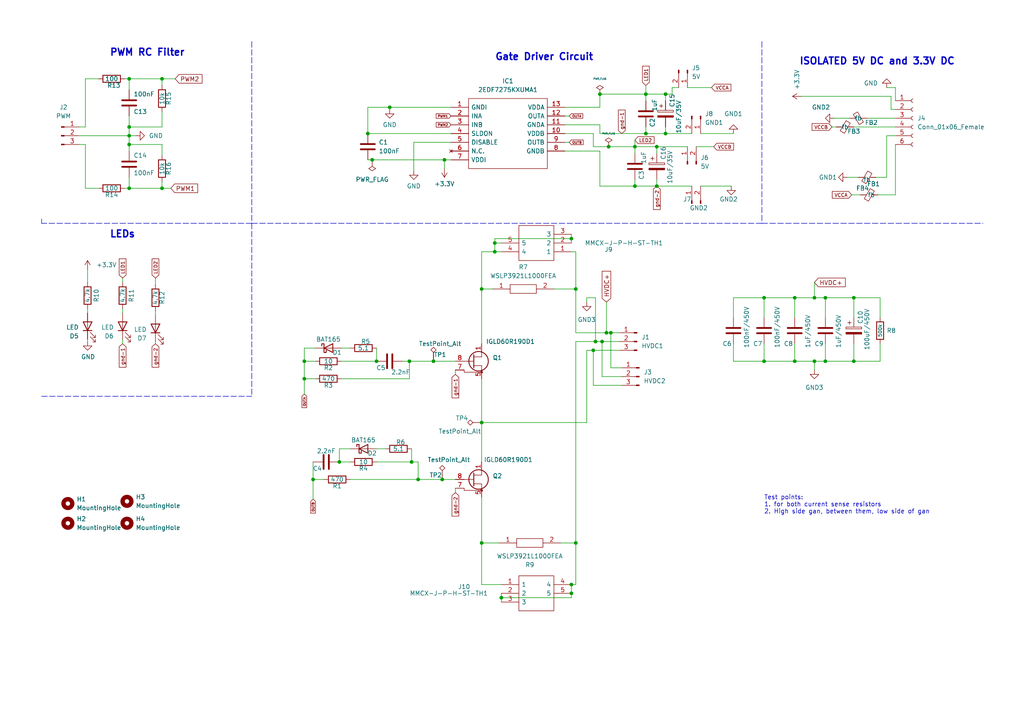
<source format=kicad_sch>
(kicad_sch (version 20211123) (generator eeschema)
  (paper "A4")
  (lib_symbols
    (symbol "2EDF7275KXUMA1:2EDF7275KXUMA1" (pin_names (offset 0.762))
      (property "Reference" "IC" (at 29.21 7.62 0))
      (property "Value" "2EDF7275KXUMA1" (at 29.21 5.08 0))
      (symbol "2EDF7275KXUMA1_0_0"
        (pin passive line (at 0 0 0) (length 5.08) (name "GNDI") (number "1"))
        (pin passive line (at 33.02 -7.62 180) (length 5.08) (name "VDDB") (number "10"))
        (pin passive line (at 33.02 -5.08 180) (length 5.08) (name "GNDA") (number "11"))
        (pin passive line (at 33.02 -2.54 180) (length 5.08) (name "OUTA") (number "12"))
        (pin passive line (at 33.02 0 180) (length 5.08) (name "VDDA") (number "13"))
        (pin passive line (at 0 -2.54 0) (length 5.08) (name "INA") (number "2"))
        (pin passive line (at 0 -5.08 0) (length 5.08) (name "INB") (number "3"))
        (pin passive line (at 0 -7.62 0) (length 5.08) (name "SLDON") (number "4"))
        (pin passive line (at 0 -10.16 0) (length 5.08) (name "DISABLE") (number "5"))
        (pin no_connect line (at 0 -12.7 0) (length 5.08) (name "N.C.") (number "6"))
        (pin passive line (at 0 -15.24 0) (length 5.08) (name "VDDI") (number "7"))
        (pin passive line (at 33.02 -12.7 180) (length 5.08) (name "GNDB") (number "8"))
        (pin passive line (at 33.02 -10.16 180) (length 5.08) (name "OUTB") (number "9"))
      )
      (symbol "2EDF7275KXUMA1_0_1"
        (polyline (pts (xy 5.08 2.54) (xy 27.94 2.54) (xy 27.94 -17.78) (xy 5.08 -17.78) (xy 5.08 2.54)) (stroke (width 0.1524)))
      )
    )
    (symbol "Connector:Conn_01x02_Male" (pin_names (offset 1.016) hide)
      (property "Reference" "J" (at 0 2.54 0))
      (property "Value" "Conn_01x02_Male" (at 0 -5.08 0))
      (symbol "Conn_01x02_Male_1_1"
        (polyline (pts (xy 1.27 -2.54) (xy 0.8636 -2.54)) (stroke (width 0.1524)))
        (polyline (pts (xy 1.27 0) (xy 0.8636 0)) (stroke (width 0.1524)))
        (rectangle (start 0.8636 -2.413) (end 0 -2.667) (stroke (width 0.1524)) (fill (type outline)))
        (rectangle (start 0.8636 0.127) (end 0 -0.127) (stroke (width 0.1524)) (fill (type outline)))
        (pin passive line (at 5.08 0 180) (length 3.81) (name "Pin_1") (number "1"))
        (pin passive line (at 5.08 -2.54 180) (length 3.81) (name "Pin_2") (number "2"))
      )
    )
    (symbol "Connector:Conn_01x03_Male" (pin_names (offset 1.016) hide)
      (property "Reference" "J" (at 0 5.08 0))
      (property "Value" "Conn_01x03_Male" (at 0 -5.08 0))
      (symbol "Conn_01x03_Male_1_1"
        (polyline (pts (xy 1.27 -2.54) (xy 0.8636 -2.54)) (stroke (width 0.1524)))
        (polyline (pts (xy 1.27 0) (xy 0.8636 0)) (stroke (width 0.1524)))
        (polyline (pts (xy 1.27 2.54) (xy 0.8636 2.54)) (stroke (width 0.1524)))
        (rectangle (start 0.8636 -2.413) (end 0 -2.667) (stroke (width 0.1524)) (fill (type outline)))
        (rectangle (start 0.8636 0.127) (end 0 -0.127) (stroke (width 0.1524)) (fill (type outline)))
        (rectangle (start 0.8636 2.667) (end 0 2.413) (stroke (width 0.1524)) (fill (type outline)))
        (pin passive line (at 5.08 2.54 180) (length 3.81) (name "Pin_1") (number "1"))
        (pin passive line (at 5.08 0 180) (length 3.81) (name "Pin_2") (number "2"))
        (pin passive line (at 5.08 -2.54 180) (length 3.81) (name "Pin_3") (number "3"))
      )
    )
    (symbol "Connector:Conn_01x06_Female" (pin_names (offset 1.016) hide)
      (property "Reference" "J" (at 0 7.62 0))
      (property "Value" "Conn_01x06_Female" (at 0 -10.16 0))
      (symbol "Conn_01x06_Female_1_1"
        (arc (start 0 -7.112) (mid -0.508 -7.62) (end 0 -8.128) (stroke (width 0.1524)))
        (arc (start 0 -4.572) (mid -0.508 -5.08) (end 0 -5.588) (stroke (width 0.1524)))
        (arc (start 0 -2.032) (mid -0.508 -2.54) (end 0 -3.048) (stroke (width 0.1524)))
        (polyline (pts (xy -1.27 -7.62) (xy -0.508 -7.62)) (stroke (width 0.1524)))
        (polyline (pts (xy -1.27 -5.08) (xy -0.508 -5.08)) (stroke (width 0.1524)))
        (polyline (pts (xy -1.27 -2.54) (xy -0.508 -2.54)) (stroke (width 0.1524)))
        (polyline (pts (xy -1.27 0) (xy -0.508 0)) (stroke (width 0.1524)))
        (polyline (pts (xy -1.27 2.54) (xy -0.508 2.54)) (stroke (width 0.1524)))
        (polyline (pts (xy -1.27 5.08) (xy -0.508 5.08)) (stroke (width 0.1524)))
        (arc (start 0 0.508) (mid -0.508 0) (end 0 -0.508) (stroke (width 0.1524)))
        (arc (start 0 3.048) (mid -0.508 2.54) (end 0 2.032) (stroke (width 0.1524)))
        (arc (start 0 5.588) (mid -0.508 5.08) (end 0 4.572) (stroke (width 0.1524)))
        (pin passive line (at -5.08 5.08 0) (length 3.81) (name "Pin_1") (number "1"))
        (pin passive line (at -5.08 2.54 0) (length 3.81) (name "Pin_2") (number "2"))
        (pin passive line (at -5.08 0 0) (length 3.81) (name "Pin_3") (number "3"))
        (pin passive line (at -5.08 -2.54 0) (length 3.81) (name "Pin_4") (number "4"))
        (pin passive line (at -5.08 -5.08 0) (length 3.81) (name "Pin_5") (number "5"))
        (pin passive line (at -5.08 -7.62 0) (length 3.81) (name "Pin_6") (number "6"))
      )
    )
    (symbol "Connector:TestPoint_Alt" (pin_numbers hide) (pin_names (offset 0.762) hide)
      (property "Reference" "TP" (at 0 6.858 0))
      (property "Value" "TestPoint_Alt" (at 0 5.08 0))
      (symbol "TestPoint_Alt_0_1"
        (polyline (pts (xy 0 2.54) (xy -0.762 3.302) (xy 0 4.064) (xy 0.762 3.302) (xy 0 2.54)))
      )
      (symbol "TestPoint_Alt_1_1"
        (pin passive line (at 0 0 90) (length 2.54) (name "1") (number "1"))
      )
    )
    (symbol "Device:C" (pin_numbers hide) (pin_names (offset 0.254))
      (property "Reference" "C" (at 0.635 2.54 0))
      (property "Value" "C" (at 0.635 -2.54 0))
      (symbol "C_0_1"
        (polyline (pts (xy -2.032 -0.762) (xy 2.032 -0.762)) (stroke (width 0.508)))
        (polyline (pts (xy -2.032 0.762) (xy 2.032 0.762)) (stroke (width 0.508)))
      )
      (symbol "C_1_1"
        (pin passive line (at 0 3.81 270) (length 2.794) (name "~") (number "1"))
        (pin passive line (at 0 -3.81 90) (length 2.794) (name "~") (number "2"))
      )
    )
    (symbol "Device:C_Polarized" (pin_numbers hide) (pin_names (offset 0.254))
      (property "Reference" "C" (at 0.635 2.54 0))
      (property "Value" "C_Polarized" (at 0.635 -2.54 0))
      (symbol "C_Polarized_0_1"
        (rectangle (start -2.286 0.508) (end 2.286 1.016))
        (polyline (pts (xy -1.778 2.286) (xy -0.762 2.286)))
        (polyline (pts (xy -1.27 2.794) (xy -1.27 1.778)))
        (rectangle (start 2.286 -0.508) (end -2.286 -1.016) (fill (type outline)))
      )
      (symbol "C_Polarized_1_1"
        (pin passive line (at 0 3.81 270) (length 2.794) (name "~") (number "1"))
        (pin passive line (at 0 -3.81 90) (length 2.794) (name "~") (number "2"))
      )
    )
    (symbol "Device:D_Schottky" (pin_numbers hide) (pin_names (offset 1.016) hide)
      (property "Reference" "D" (at 0 2.54 0))
      (property "Value" "D_Schottky" (at 0 -2.54 0))
      (symbol "D_Schottky_0_1"
        (polyline (pts (xy 1.27 0) (xy -1.27 0)))
        (polyline (pts (xy 1.27 1.27) (xy 1.27 -1.27) (xy -1.27 0) (xy 1.27 1.27)) (stroke (width 0.254)))
        (polyline (pts (xy -1.905 0.635) (xy -1.905 1.27) (xy -1.27 1.27) (xy -1.27 -1.27) (xy -0.635 -1.27) (xy -0.635 -0.635)) (stroke (width 0.254)))
      )
      (symbol "D_Schottky_1_1"
        (pin passive line (at -3.81 0 0) (length 2.54) (name "K") (number "1"))
        (pin passive line (at 3.81 0 180) (length 2.54) (name "A") (number "2"))
      )
    )
    (symbol "Device:FerriteBead_Small" (pin_numbers hide) (pin_names (offset 0))
      (property "Reference" "FB" (at 1.905 1.27 0))
      (property "Value" "FerriteBead_Small" (at 1.905 -1.27 0))
      (symbol "FerriteBead_Small_0_1"
        (polyline (pts (xy 0 -1.27) (xy 0 -0.7874)))
        (polyline (pts (xy 0 0.889) (xy 0 1.2954)))
        (polyline (pts (xy -1.8288 0.2794) (xy -1.1176 1.4986) (xy 1.8288 -0.2032) (xy 1.1176 -1.4224) (xy -1.8288 0.2794)))
      )
      (symbol "FerriteBead_Small_1_1"
        (pin passive line (at 0 2.54 270) (length 1.27) (name "~") (number "1"))
        (pin passive line (at 0 -2.54 90) (length 1.27) (name "~") (number "2"))
      )
    )
    (symbol "Device:LED" (pin_numbers hide) (pin_names (offset 1.016) hide)
      (property "Reference" "D" (at 0 2.54 0))
      (property "Value" "LED" (at 0 -2.54 0))
      (symbol "LED_0_1"
        (polyline (pts (xy -1.27 -1.27) (xy -1.27 1.27)) (stroke (width 0.254)))
        (polyline (pts (xy -1.27 0) (xy 1.27 0)))
        (polyline (pts (xy 1.27 -1.27) (xy 1.27 1.27) (xy -1.27 0) (xy 1.27 -1.27)) (stroke (width 0.254)))
        (polyline (pts (xy -3.048 -0.762) (xy -4.572 -2.286) (xy -3.81 -2.286) (xy -4.572 -2.286) (xy -4.572 -1.524)))
        (polyline (pts (xy -1.778 -0.762) (xy -3.302 -2.286) (xy -2.54 -2.286) (xy -3.302 -2.286) (xy -3.302 -1.524)))
      )
      (symbol "LED_1_1"
        (pin passive line (at -3.81 0 0) (length 2.54) (name "K") (number "1"))
        (pin passive line (at 3.81 0 180) (length 2.54) (name "A") (number "2"))
      )
    )
    (symbol "Device:R" (pin_numbers hide) (pin_names (offset 0))
      (property "Reference" "R" (at 2.032 0 90))
      (property "Value" "R" (at 0 0 90))
      (symbol "R_0_1"
        (rectangle (start -1.016 -2.54) (end 1.016 2.54) (stroke (width 0.254)))
      )
      (symbol "R_1_1"
        (pin passive line (at 0 3.81 270) (length 1.27) (name "~") (number "1"))
        (pin passive line (at 0 -3.81 90) (length 1.27) (name "~") (number "2"))
      )
    )
    (symbol "MMCX-J-P-H-ST-TH1:MMCX-J-P-H-ST-TH1" (pin_names (offset 0.762))
      (property "Reference" "J" (at 16.51 7.62 0))
      (property "Value" "MMCX-J-P-H-ST-TH1" (at 16.51 5.08 0))
      (symbol "MMCX-J-P-H-ST-TH1_0_0"
        (pin passive line (at 0 0 0) (length 5.08) (name "1") (number "1"))
        (pin passive line (at 0 -2.54 0) (length 5.08) (name "2") (number "2"))
        (pin passive line (at 0 -5.08 0) (length 5.08) (name "3") (number "3"))
        (pin passive line (at 20.32 0 180) (length 5.08) (name "4") (number "4"))
        (pin passive line (at 20.32 -2.54 180) (length 5.08) (name "5") (number "5"))
      )
      (symbol "MMCX-J-P-H-ST-TH1_0_1"
        (polyline (pts (xy 5.08 2.54) (xy 15.24 2.54) (xy 15.24 -7.62) (xy 5.08 -7.62) (xy 5.08 2.54)) (stroke (width 0.1524)))
      )
    )
    (symbol "Mechanical:MountingHole" (pin_names (offset 1.016))
      (property "Reference" "H" (at 0 5.08 0))
      (property "Value" "MountingHole" (at 0 3.175 0))
      (symbol "MountingHole_0_1"
        (circle (center 0 0) (radius 1.27) (stroke (width 1.27)))
      )
    )
    (symbol "Transistor_FET:IGLD60R190D1" (pin_names (offset 0) hide)
      (property "Reference" "Q" (at 5.08 1.905 0))
      (property "Value" "IGLD60R190D1" (at 5.08 0 0))
      (symbol "IGLD60R190D1_0_1"
        (polyline (pts (xy -2.54 0) (xy 0.254 0)))
        (polyline (pts (xy -2.54 -2.54) (xy -2.54 -3.175) (xy 2.54 -3.175)))
        (polyline (pts (xy 0.254 -1.27) (xy 2.54 -1.27) (xy 2.54 -2.54)))
        (polyline (pts (xy 0.254 1.905) (xy 0.254 -1.905) (xy 0.254 -1.905)) (stroke (width 0.254)))
        (polyline (pts (xy 2.54 2.54) (xy 2.54 1.27) (xy 0.254 1.27)))
        (circle (center 1.651 0) (radius 2.8194) (stroke (width 0.254)))
        (circle (center 2.54 -3.175) (radius 0.2794) (fill (type outline)))
      )
      (symbol "IGLD60R190D1_1_1"
        (pin passive line (at 2.54 5.08 270) (length 2.54) (name "D") (number "1"))
        (pin passive line (at 2.54 5.08 270) (length 2.54) hide (name "D") (number "2"))
        (pin passive line (at 2.54 5.08 270) (length 2.54) hide (name "D") (number "3"))
        (pin passive line (at 2.54 5.08 270) (length 2.54) hide (name "D") (number "4"))
        (pin passive line (at 2.54 -5.08 90) (length 2.54) (name "S") (number "5"))
        (pin passive line (at 2.54 -5.08 90) (length 2.54) hide (name "S") (number "6"))
        (pin passive line (at -5.08 -2.54 0) (length 2.54) (name "SS") (number "7"))
        (pin input line (at -5.08 0 0) (length 2.54) (name "G") (number "8"))
        (pin passive line (at 2.54 -5.08 90) (length 2.54) hide (name "S") (number "9"))
      )
    )
    (symbol "WSLP3921L1000FEA:WSLP3921L1000FEA" (pin_names (offset 0.762))
      (property "Reference" "R" (at 13.97 6.35 0))
      (property "Value" "WSLP3921L1000FEA" (at 13.97 3.81 0))
      (symbol "WSLP3921L1000FEA_0_0"
        (pin passive line (at 0 0 0) (length 5.08) (name "~") (number "1"))
        (pin passive line (at 17.78 0 180) (length 5.08) (name "~") (number "2"))
      )
      (symbol "WSLP3921L1000FEA_0_1"
        (polyline (pts (xy 5.08 1.27) (xy 12.7 1.27) (xy 12.7 -1.27) (xy 5.08 -1.27) (xy 5.08 1.27)) (stroke (width 0.1524)))
      )
    )
    (symbol "power:+3.3V" (power) (pin_names (offset 0))
      (property "Value" "+3.3V" (at 0 3.556 0))
      (symbol "+3.3V_0_1"
        (polyline (pts (xy -0.762 1.27) (xy 0 2.54)))
        (polyline (pts (xy 0 0) (xy 0 2.54)))
        (polyline (pts (xy 0 2.54) (xy 0.762 1.27)))
      )
      (symbol "+3.3V_1_1"
        (pin power_in line (at 0 0 90) (length 0) hide (name "+3.3V") (number "1"))
      )
    )
    (symbol "power:GND" (power) (pin_names (offset 0))
      (property "Value" "GND" (at 0 -3.81 0))
      (symbol "GND_0_1"
        (polyline (pts (xy 0 0) (xy 0 -1.27) (xy 1.27 -1.27) (xy 0 -2.54) (xy -1.27 -1.27) (xy 0 -1.27)))
      )
      (symbol "GND_1_1"
        (pin power_in line (at 0 0 270) (length 0) hide (name "GND") (number "1"))
      )
    )
    (symbol "power:GND1" (power) (pin_names (offset 0))
      (property "Value" "GND1" (at 0 -3.81 0))
      (symbol "GND1_0_1"
        (polyline (pts (xy 0 0) (xy 0 -1.27) (xy 1.27 -1.27) (xy 0 -2.54) (xy -1.27 -1.27) (xy 0 -1.27)))
      )
      (symbol "GND1_1_1"
        (pin power_in line (at 0 0 270) (length 0) hide (name "GND1") (number "1"))
      )
    )
    (symbol "power:GND2" (power) (pin_names (offset 0))
      (property "Value" "GND2" (at 0 -3.81 0))
      (symbol "GND2_0_1"
        (polyline (pts (xy 0 0) (xy 0 -1.27) (xy 1.27 -1.27) (xy 0 -2.54) (xy -1.27 -1.27) (xy 0 -1.27)))
      )
      (symbol "GND2_1_1"
        (pin power_in line (at 0 0 270) (length 0) hide (name "GND2") (number "1"))
      )
    )
    (symbol "power:GND3" (power) (pin_names (offset 0))
      (property "Value" "GND3" (at 0 -3.81 0))
      (symbol "GND3_0_1"
        (polyline (pts (xy 0 0) (xy 0 -1.27) (xy 1.27 -1.27) (xy 0 -2.54) (xy -1.27 -1.27) (xy 0 -1.27)))
      )
      (symbol "GND3_1_1"
        (pin power_in line (at 0 0 270) (length 0) hide (name "GND3") (number "1"))
      )
    )
    (symbol "power:PWR_FLAG" (power) (pin_numbers hide) (pin_names (offset 0) hide)
      (property "Value" "PWR_FLAG" (at 0 3.81 0))
      (symbol "PWR_FLAG_0_0"
        (pin power_out line (at 0 0 90) (length 0) (name "pwr") (number "1"))
      )
      (symbol "PWR_FLAG_0_1"
        (polyline (pts (xy 0 0) (xy 0 1.27) (xy -1.016 1.905) (xy 0 2.54) (xy 1.016 1.905) (xy 0 1.27)))
      )
    )
  )
  (junction (at 193.04 27.305))
  (junction (at 247.65 104.775))
  (junction (at 139.7 83.82))
  (junction (at 37.465 54.61))
  (junction (at 145.415 173.355))
  (junction (at 109.22 104.775))
  (junction (at 177.165 96.52))
  (junction (at 107.95 46.355))
  (junction (at 230.505 104.775))
  (junction (at 187.325 27.305))
  (junction (at 236.22 86.36))
  (junction (at 128.905 46.355))
  (junction (at 119.38 133.985))
  (junction (at 106.68 38.735))
  (junction (at 230.505 86.36))
  (junction (at 190.5 53.975))
  (junction (at 172.72 99.06))
  (junction (at 88.265 104.775))
  (junction (at 37.465 41.91))
  (junction (at 184.15 42.545))
  (junction (at 236.22 104.775))
  (junction (at 184.15 53.975))
  (junction (at 46.99 22.86))
  (junction (at 175.895 96.52))
  (junction (at 139.7 122.555))
  (junction (at 113.03 31.115))
  (junction (at 90.805 139.065))
  (junction (at 46.99 54.61))
  (junction (at 98.425 133.985))
  (junction (at 37.465 36.83))
  (junction (at 165.735 169.545))
  (junction (at 239.395 86.36))
  (junction (at 143.51 73.025))
  (junction (at 143.51 70.485))
  (junction (at 165.735 69.215))
  (junction (at 128.27 139.065))
  (junction (at 139.7 157.48))
  (junction (at 173.99 27.305))
  (junction (at 193.04 38.735))
  (junction (at 118.745 104.775))
  (junction (at 167.005 83.82))
  (junction (at 239.395 104.775))
  (junction (at 172.085 101.6))
  (junction (at 37.465 39.37))
  (junction (at 37.465 22.86))
  (junction (at 174.625 99.06))
  (junction (at 88.265 109.855))
  (junction (at 167.005 157.48))
  (junction (at 121.285 139.065))
  (junction (at 165.735 172.085))
  (junction (at 190.5 42.545))
  (junction (at 125.73 104.775))
  (junction (at 247.65 86.36))
  (junction (at 221.615 104.775))
  (junction (at 221.615 86.36))
  (junction (at 176.53 42.545))
  (junction (at 187.325 38.735))
  (wire (pts (xy 98.425 130.175) (xy 101.6 130.175)))
  (wire (pts (xy 24.765 54.61) (xy 24.765 41.91)))
  (wire (pts (xy 173.99 43.815) (xy 163.83 43.815)))
  (wire (pts (xy 172.085 101.6) (xy 179.705 101.6)))
  (polyline (pts (xy 12.065 114.935) (xy 73.025 114.935)))
  (wire (pts (xy 107.95 46.355) (xy 107.95 46.99)))
  (wire (pts (xy 45.085 90.17) (xy 45.085 91.44)))
  (wire (pts (xy 106.68 38.735) (xy 130.81 38.735)))
  (wire (pts (xy 193.04 36.83) (xy 193.04 38.735)))
  (wire (pts (xy 187.325 29.21) (xy 187.325 27.305)))
  (wire (pts (xy 190.5 42.545) (xy 199.39 42.545)))
  (wire (pts (xy 99.06 104.775) (xy 109.22 104.775)))
  (wire (pts (xy 139.7 109.855) (xy 139.7 122.555)))
  (wire (pts (xy 180.34 106.68) (xy 177.165 106.68)))
  (wire (pts (xy 113.03 31.75) (xy 113.03 31.115)))
  (polyline (pts (xy 220.98 64.77) (xy 285.115 64.77)))
  (wire (pts (xy 143.51 70.485) (xy 143.51 69.215)))
  (wire (pts (xy 143.51 69.215) (xy 165.735 69.215)))
  (wire (pts (xy 236.22 104.775) (xy 236.22 107.315)))
  (wire (pts (xy 163.83 41.275) (xy 165.1 41.275)))
  (wire (pts (xy 257.175 39.37) (xy 259.715 39.37)))
  (wire (pts (xy 258.445 31.75) (xy 259.715 31.75)))
  (wire (pts (xy 239.395 86.36) (xy 236.22 86.36)))
  (wire (pts (xy 24.765 22.86) (xy 28.575 22.86)))
  (wire (pts (xy 165.735 169.545) (xy 167.005 169.545)))
  (wire (pts (xy 173.99 38.735) (xy 173.99 36.195)))
  (wire (pts (xy 132.08 142.875) (xy 132.08 141.605)))
  (wire (pts (xy 177.165 106.68) (xy 177.165 96.52)))
  (polyline (pts (xy 220.98 12.065) (xy 220.98 64.77)))
  (wire (pts (xy 165.735 172.085) (xy 165.735 173.355)))
  (wire (pts (xy 232.41 27.94) (xy 258.445 27.94)))
  (wire (pts (xy 212.725 92.075) (xy 212.725 86.36)))
  (wire (pts (xy 145.415 73.025) (xy 143.51 73.025)))
  (wire (pts (xy 175.895 87.63) (xy 175.895 96.52)))
  (wire (pts (xy 184.15 42.545) (xy 190.5 42.545)))
  (wire (pts (xy 221.615 86.36) (xy 221.615 92.075)))
  (wire (pts (xy 165.735 67.945) (xy 165.735 69.215)))
  (wire (pts (xy 193.04 27.305) (xy 194.945 27.305)))
  (wire (pts (xy 120.015 41.275) (xy 120.015 49.53)))
  (wire (pts (xy 143.51 73.025) (xy 139.7 73.025)))
  (wire (pts (xy 173.99 31.115) (xy 173.99 27.305)))
  (wire (pts (xy 128.27 139.065) (xy 132.08 139.065)))
  (wire (pts (xy 259.715 41.91) (xy 259.715 56.515)))
  (wire (pts (xy 241.935 34.29) (xy 246.38 34.29)))
  (wire (pts (xy 175.895 96.52) (xy 177.165 96.52)))
  (wire (pts (xy 37.465 41.91) (xy 37.465 43.815)))
  (wire (pts (xy 165.735 69.215) (xy 165.735 70.485)))
  (wire (pts (xy 172.085 38.735) (xy 163.83 38.735)))
  (wire (pts (xy 193.04 38.735) (xy 200.66 38.735)))
  (wire (pts (xy 163.83 33.655) (xy 165.1 33.655)))
  (wire (pts (xy 230.505 86.36) (xy 230.505 92.075)))
  (wire (pts (xy 187.325 24.765) (xy 187.325 27.305)))
  (wire (pts (xy 212.725 104.775) (xy 212.725 99.695)))
  (wire (pts (xy 106.68 31.115) (xy 113.03 31.115)))
  (wire (pts (xy 170.18 122.555) (xy 170.18 101.6)))
  (wire (pts (xy 254.635 56.515) (xy 259.715 56.515)))
  (wire (pts (xy 173.99 43.815) (xy 173.99 53.975)))
  (wire (pts (xy 176.53 42.545) (xy 184.15 42.545)))
  (wire (pts (xy 221.615 104.775) (xy 212.725 104.775)))
  (wire (pts (xy 46.99 24.765) (xy 46.99 22.86)))
  (wire (pts (xy 24.765 36.83) (xy 24.765 22.86)))
  (wire (pts (xy 113.03 31.115) (xy 130.81 31.115)))
  (wire (pts (xy 37.465 22.86) (xy 37.465 26.035)))
  (wire (pts (xy 109.22 133.985) (xy 119.38 133.985)))
  (wire (pts (xy 203.2 53.975) (xy 212.09 53.975)))
  (wire (pts (xy 247.65 99.695) (xy 247.65 104.775)))
  (wire (pts (xy 35.56 80.645) (xy 35.56 81.915)))
  (wire (pts (xy 247.015 56.515) (xy 249.555 56.515)))
  (wire (pts (xy 172.085 42.545) (xy 176.53 42.545)))
  (wire (pts (xy 90.805 139.065) (xy 90.805 133.985)))
  (wire (pts (xy 145.415 70.485) (xy 143.51 70.485)))
  (wire (pts (xy 121.285 139.065) (xy 128.27 139.065)))
  (wire (pts (xy 221.615 99.695) (xy 221.615 104.775)))
  (polyline (pts (xy 73.025 64.77) (xy 73.025 114.935)))
  (wire (pts (xy 173.99 38.735) (xy 187.325 38.735)))
  (wire (pts (xy 167.005 157.48) (xy 167.005 169.545)))
  (wire (pts (xy 101.6 133.985) (xy 98.425 133.985)))
  (wire (pts (xy 172.085 111.76) (xy 172.085 101.6)))
  (wire (pts (xy 247.65 86.36) (xy 239.395 86.36)))
  (wire (pts (xy 255.27 86.36) (xy 247.65 86.36)))
  (wire (pts (xy 93.98 139.065) (xy 90.805 139.065)))
  (wire (pts (xy 242.57 36.83) (xy 241.3 36.83)))
  (wire (pts (xy 170.18 86.36) (xy 170.18 87.63)))
  (wire (pts (xy 116.84 104.775) (xy 118.745 104.775)))
  (wire (pts (xy 46.99 45.085) (xy 46.99 41.91)))
  (wire (pts (xy 88.265 114.3) (xy 88.265 109.855)))
  (wire (pts (xy 139.7 122.555) (xy 139.7 133.985)))
  (wire (pts (xy 259.715 25.4) (xy 257.175 25.4)))
  (wire (pts (xy 184.15 52.07) (xy 184.15 53.975)))
  (wire (pts (xy 173.99 27.305) (xy 187.325 27.305)))
  (wire (pts (xy 230.505 99.695) (xy 230.505 104.775)))
  (wire (pts (xy 145.415 173.355) (xy 145.415 174.625)))
  (wire (pts (xy 139.7 73.025) (xy 139.7 83.82)))
  (wire (pts (xy 257.175 51.435) (xy 257.175 39.37)))
  (wire (pts (xy 22.86 36.83) (xy 24.765 36.83)))
  (wire (pts (xy 35.56 99.695) (xy 35.56 98.425)))
  (polyline (pts (xy 220.98 64.77) (xy 73.025 64.77)))
  (wire (pts (xy 37.465 33.655) (xy 37.465 36.83)))
  (wire (pts (xy 22.86 41.91) (xy 24.765 41.91)))
  (wire (pts (xy 247.65 104.775) (xy 255.27 104.775)))
  (wire (pts (xy 99.06 100.965) (xy 101.6 100.965)))
  (wire (pts (xy 118.745 104.775) (xy 125.73 104.775)))
  (wire (pts (xy 203.2 38.735) (xy 212.725 38.735)))
  (wire (pts (xy 128.905 46.355) (xy 128.905 48.895)))
  (wire (pts (xy 257.175 51.435) (xy 254 51.435)))
  (wire (pts (xy 172.085 42.545) (xy 172.085 38.735)))
  (wire (pts (xy 25.4 78.105) (xy 25.4 81.915)))
  (wire (pts (xy 190.5 52.07) (xy 190.5 53.975)))
  (wire (pts (xy 36.195 54.61) (xy 37.465 54.61)))
  (wire (pts (xy 46.99 54.61) (xy 37.465 54.61)))
  (wire (pts (xy 139.7 169.545) (xy 139.7 157.48)))
  (wire (pts (xy 91.44 104.775) (xy 88.265 104.775)))
  (wire (pts (xy 173.99 53.975) (xy 184.15 53.975)))
  (wire (pts (xy 46.99 32.385) (xy 46.99 36.83)))
  (wire (pts (xy 184.15 53.975) (xy 190.5 53.975)))
  (wire (pts (xy 251.46 34.29) (xy 259.715 34.29)))
  (wire (pts (xy 160.655 83.82) (xy 167.005 83.82)))
  (wire (pts (xy 46.99 22.86) (xy 37.465 22.86)))
  (wire (pts (xy 139.7 122.555) (xy 170.18 122.555)))
  (wire (pts (xy 22.86 39.37) (xy 37.465 39.37)))
  (wire (pts (xy 37.465 54.61) (xy 37.465 51.435)))
  (wire (pts (xy 165.735 169.545) (xy 165.735 172.085)))
  (wire (pts (xy 90.805 144.78) (xy 90.805 139.065)))
  (wire (pts (xy 106.68 46.355) (xy 107.95 46.355)))
  (wire (pts (xy 172.72 86.36) (xy 172.72 99.06)))
  (wire (pts (xy 128.905 46.355) (xy 130.81 46.355)))
  (wire (pts (xy 199.39 25.4) (xy 206.375 25.4)))
  (wire (pts (xy 145.415 172.085) (xy 145.415 173.355)))
  (wire (pts (xy 109.22 104.775) (xy 109.22 100.965)))
  (wire (pts (xy 139.7 144.145) (xy 139.7 157.48)))
  (polyline (pts (xy 73.025 64.77) (xy 12.065 64.77)))
  (wire (pts (xy 255.27 99.695) (xy 255.27 104.775)))
  (wire (pts (xy 37.465 36.83) (xy 37.465 39.37)))
  (wire (pts (xy 139.7 83.82) (xy 139.7 99.695)))
  (wire (pts (xy 230.505 104.775) (xy 221.615 104.775)))
  (wire (pts (xy 46.99 54.61) (xy 49.53 54.61)))
  (wire (pts (xy 167.005 73.025) (xy 167.005 83.82)))
  (wire (pts (xy 46.99 22.86) (xy 50.8 22.86)))
  (wire (pts (xy 167.005 96.52) (xy 175.895 96.52)))
  (wire (pts (xy 45.085 99.695) (xy 45.085 99.06)))
  (wire (pts (xy 46.99 36.83) (xy 37.465 36.83)))
  (wire (pts (xy 139.7 169.545) (xy 145.415 169.545)))
  (wire (pts (xy 167.005 99.06) (xy 172.72 99.06)))
  (wire (pts (xy 25.4 89.535) (xy 25.4 90.805)))
  (wire (pts (xy 37.465 39.37) (xy 39.37 39.37)))
  (wire (pts (xy 190.5 44.45) (xy 190.5 42.545)))
  (wire (pts (xy 193.04 29.21) (xy 193.04 27.305)))
  (wire (pts (xy 99.06 109.855) (xy 118.745 109.855)))
  (wire (pts (xy 106.68 31.115) (xy 106.68 38.735)))
  (wire (pts (xy 167.005 83.82) (xy 167.005 96.52)))
  (wire (pts (xy 139.7 157.48) (xy 144.78 157.48)))
  (wire (pts (xy 167.005 99.06) (xy 167.005 157.48)))
  (wire (pts (xy 88.265 109.855) (xy 88.265 104.775)))
  (wire (pts (xy 236.22 104.775) (xy 239.395 104.775)))
  (wire (pts (xy 194.945 25.4) (xy 196.85 25.4)))
  (wire (pts (xy 46.99 41.91) (xy 37.465 41.91)))
  (wire (pts (xy 239.395 99.695) (xy 239.395 104.775)))
  (wire (pts (xy 132.08 108.585) (xy 132.08 107.315)))
  (wire (pts (xy 119.38 133.985) (xy 119.38 130.175)))
  (wire (pts (xy 125.73 104.775) (xy 132.08 104.775)))
  (wire (pts (xy 91.44 109.855) (xy 88.265 109.855)))
  (wire (pts (xy 184.15 42.545) (xy 184.15 44.45)))
  (wire (pts (xy 121.285 139.065) (xy 121.285 133.985)))
  (wire (pts (xy 194.945 25.4) (xy 194.945 27.305)))
  (wire (pts (xy 28.575 54.61) (xy 24.765 54.61)))
  (wire (pts (xy 190.5 53.975) (xy 200.66 53.975)))
  (wire (pts (xy 255.27 92.075) (xy 255.27 86.36)))
  (wire (pts (xy 247.65 86.36) (xy 247.65 92.075)))
  (wire (pts (xy 245.745 51.435) (xy 248.92 51.435)))
  (wire (pts (xy 46.99 52.705) (xy 46.99 54.61)))
  (wire (pts (xy 98.425 133.985) (xy 98.425 130.175)))
  (wire (pts (xy 173.99 36.195) (xy 163.83 36.195)))
  (wire (pts (xy 177.165 96.52) (xy 179.705 96.52)))
  (wire (pts (xy 239.395 86.36) (xy 239.395 92.075)))
  (wire (pts (xy 37.465 41.91) (xy 37.465 39.37)))
  (wire (pts (xy 236.22 81.915) (xy 236.22 86.36)))
  (wire (pts (xy 247.65 36.83) (xy 259.715 36.83)))
  (wire (pts (xy 172.72 99.06) (xy 174.625 99.06)))
  (wire (pts (xy 180.34 109.22) (xy 174.625 109.22)))
  (wire (pts (xy 236.22 86.36) (xy 230.505 86.36)))
  (wire (pts (xy 25.4 99.06) (xy 25.4 98.425)))
  (wire (pts (xy 35.56 89.535) (xy 35.56 90.805)))
  (wire (pts (xy 212.725 86.36) (xy 221.615 86.36)))
  (wire (pts (xy 36.195 22.86) (xy 37.465 22.86)))
  (wire (pts (xy 258.445 27.94) (xy 258.445 31.75)))
  (wire (pts (xy 88.265 100.965) (xy 91.44 100.965)))
  (wire (pts (xy 187.325 27.305) (xy 193.04 27.305)))
  (wire (pts (xy 121.285 133.985) (xy 119.38 133.985)))
  (wire (pts (xy 230.505 104.775) (xy 236.22 104.775)))
  (wire (pts (xy 259.715 25.4) (xy 259.715 29.21)))
  (wire (pts (xy 172.72 86.36) (xy 170.18 86.36)))
  (wire (pts (xy 174.625 99.06) (xy 179.705 99.06)))
  (polyline (pts (xy 12.065 63.5) (xy 12.065 64.77)))
  (wire (pts (xy 120.015 41.275) (xy 130.81 41.275)))
  (wire (pts (xy 118.745 109.855) (xy 118.745 104.775)))
  (wire (pts (xy 165.735 173.355) (xy 145.415 173.355)))
  (wire (pts (xy 180.34 111.76) (xy 172.085 111.76)))
  (wire (pts (xy 109.22 130.175) (xy 111.76 130.175)))
  (wire (pts (xy 207.01 42.545) (xy 201.93 42.545)))
  (wire (pts (xy 187.325 36.83) (xy 187.325 38.735)))
  (wire (pts (xy 174.625 109.22) (xy 174.625 99.06)))
  (wire (pts (xy 143.51 70.485) (xy 143.51 73.025)))
  (wire (pts (xy 187.325 38.735) (xy 193.04 38.735)))
  (wire (pts (xy 107.95 46.355) (xy 128.905 46.355)))
  (wire (pts (xy 165.735 73.025) (xy 167.005 73.025)))
  (wire (pts (xy 162.56 157.48) (xy 167.005 157.48)))
  (wire (pts (xy 184.15 40.64) (xy 184.15 42.545)))
  (polyline (pts (xy 73.025 12.065) (xy 73.025 64.77)))
  (wire (pts (xy 101.6 139.065) (xy 121.285 139.065)))
  (wire (pts (xy 239.395 104.775) (xy 247.65 104.775)))
  (wire (pts (xy 230.505 86.36) (xy 221.615 86.36)))
  (wire (pts (xy 88.265 104.775) (xy 88.265 100.965)))
  (wire (pts (xy 139.7 83.82) (xy 142.875 83.82)))
  (wire (pts (xy 163.83 31.115) (xy 173.99 31.115)))
  (wire (pts (xy 170.18 101.6) (xy 172.085 101.6)))
  (wire (pts (xy 45.085 80.645) (xy 45.085 82.55)))
  (text "Test points: \n1. for both current sense resistors\n2. High side gan, between them, low side of gan\n" (at 221.615 149.225 0) (effects (font (size 1.27 1.27)) (justify left bottom)))
  (text "LEDs" (at 31.75 69.215 0) (effects (font (size 2 2) (thickness 0.4) bold) (justify left bottom)))
  (text "ISOLATED 5V DC and 3.3V DC" (at 231.775 19.05 0) (effects (font (size 2 2) (thickness 0.4) bold) (justify left bottom)))
  (text "PWM RC Filter" (at 31.75 16.51 0) (effects (font (size 2 2) (thickness 0.4) bold) (justify left bottom)))
  (text "Gate Driver Circuit" (at 143.51 17.78 0) (effects (font (size 2 2) (thickness 0.4) bold) (justify left bottom)))
  (global_label "VCCA" (shape input) (at 247.015 56.515 180) (effects (font (size 1 1))) (property "Intersheet References" "${INTERSHEET_REFS}" (effects hide)))
  (global_label "HVDC+" (shape input) (at 175.895 87.63 90) (property "Intersheet References" "${INTERSHEET_REFS}" (effects hide)))
  (global_label "LED1" (shape input) (at 187.325 24.765 90) (effects (font (size 1 1))) (property "Intersheet References" "${INTERSHEET_REFS}" (effects hide)))
  (global_label "VCCB" (shape input) (at 241.3 36.83 180) (effects (font (size 1 1))) (property "Intersheet References" "${INTERSHEET_REFS}" (effects hide)))
  (global_label "PWM1" (shape input) (at 49.53 54.61 0) (property "Intersheet References" "${INTERSHEET_REFS}" (effects hide)))
  (global_label "PWM2" (shape input) (at 50.8 22.86 0) (property "Intersheet References" "${INTERSHEET_REFS}" (effects hide)))
  (global_label "PWM2" (shape input) (at 130.81 36.195 180) (effects (font (size 0.7 0.7))) (property "Intersheet References" "${INTERSHEET_REFS}" (effects hide)))
  (global_label "gnd-1" (shape input) (at 180.34 38.735 90) (effects (font (size 1 1))) (property "Intersheet References" "${INTERSHEET_REFS}" (effects hide)))
  (global_label "OUTB" (shape input) (at 165.1 41.275 0) (effects (font (size 0.7 0.7))) (property "Intersheet References" "${INTERSHEET_REFS}" (effects hide)))
  (global_label "gnd-2" (shape input) (at 45.085 99.695 270) (effects (font (size 1 1))) (property "Intersheet References" "${INTERSHEET_REFS}" (effects hide)))
  (global_label "VCCA" (shape input) (at 206.375 25.4 0) (effects (font (size 1 1))) (property "Intersheet References" "${INTERSHEET_REFS}" (effects hide)))
  (global_label "LED2" (shape input) (at 184.15 40.64 0) (effects (font (size 1 1))) (property "Intersheet References" "${INTERSHEET_REFS}" (effects hide)))
  (global_label "LED2" (shape input) (at 45.085 80.645 90) (effects (font (size 1 1))) (property "Intersheet References" "${INTERSHEET_REFS}" (effects hide)))
  (global_label "OUTA" (shape input) (at 88.265 114.3 270) (effects (font (size 0.7 0.7))) (property "Intersheet References" "${INTERSHEET_REFS}" (effects hide)))
  (global_label "gnd-2" (shape input) (at 190.5 53.975 270) (effects (font (size 1 1))) (property "Intersheet References" "${INTERSHEET_REFS}" (effects hide)))
  (global_label "OUTB" (shape input) (at 90.805 144.78 270) (effects (font (size 0.7 0.7))) (property "Intersheet References" "${INTERSHEET_REFS}" (effects hide)))
  (global_label "LED1" (shape input) (at 35.56 80.645 90) (effects (font (size 1 1))) (property "Intersheet References" "${INTERSHEET_REFS}" (effects hide)))
  (global_label "OUTA" (shape input) (at 165.1 33.655 0) (effects (font (size 0.7 0.7))) (property "Intersheet References" "${INTERSHEET_REFS}" (effects hide)))
  (global_label "gnd-2" (shape input) (at 132.08 142.875 270) (effects (font (size 1 1))) (property "Intersheet References" "${INTERSHEET_REFS}" (effects hide)))
  (global_label "gnd-1" (shape input) (at 132.08 108.585 270) (effects (font (size 1 1))) (property "Intersheet References" "${INTERSHEET_REFS}" (effects hide)))
  (global_label "VCCB" (shape input) (at 207.01 42.545 0) (effects (font (size 1 1))) (property "Intersheet References" "${INTERSHEET_REFS}" (effects hide)))
  (global_label "HVDC+" (shape input) (at 236.22 81.915 0) (property "Intersheet References" "${INTERSHEET_REFS}" (effects hide)))
  (global_label "PWM1" (shape input) (at 130.81 33.655 180) (effects (font (size 0.7 0.7))) (property "Intersheet References" "${INTERSHEET_REFS}" (effects hide)))
  (global_label "gnd-1" (shape input) (at 35.56 99.695 270) (effects (font (size 1 1))) (property "Intersheet References" "${INTERSHEET_REFS}" (effects hide)))
  (symbol (lib_id "Device:FerriteBead_Small") (at 248.92 34.29 270) (mirror x) (unit 1)
    (property "Reference" "FB2" (at 252.73 35.56 90))
    (property "Value" "fb" (at 248.92 34.29 90))
    (property "Footprint" "Resistor_SMD:R_0805_2012Metric" (effects hide))
  )
  (symbol (lib_id "Connector:Conn_01x03_Male") (at 185.42 109.22 0) (mirror y) (unit 1)
    (property "Reference" "J3" (at 186.69 107.9499 0) (effects (justify right)))
    (property "Value" "HVDC2" (at 186.69 110.4899 0) (effects (justify right)))
    (property "Footprint" "Connector_Molex:Molex_KK-396_A-41791-0003_1x03_P3.96mm_Vertical" (effects hide))
  )
  (symbol (lib_id "power:GND2") (at 241.935 34.29 270) (mirror x) (unit 1)
    (property "Reference" "#PWR05" (effects hide))
    (property "Value" "GND2" (at 238.125 31.115 90))
  )
  (symbol (lib_id "Device:R") (at 95.25 109.855 90) (unit 1)
    (property "Reference" "R3" (at 95.25 111.76 90))
    (property "Value" "470" (at 95.25 109.855 90))
    (property "Footprint" "Resistor_SMD:R_0402_1005Metric" (effects hide))
  )
  (symbol (lib_id "power:PWR_FLAG") (at 173.99 27.305 0) (unit 1)
    (property "Reference" "#FLG0102" (effects hide))
    (property "Value" "PWR_FLAG" (at 173.99 22.86 0) (effects (font (size 0.5 0.5))))
  )
  (symbol (lib_id "MMCX-J-P-H-ST-TH1:MMCX-J-P-H-ST-TH1") (at 145.415 169.545 0) (unit 1)
    (property "Reference" "J10" (at 134.62 170.18 0))
    (property "Value" "MMCX-J-P-H-ST-TH1" (at 130.175 172.085 0))
    (property "Footprint" "MMCX-J-P-H-ST-TH1:MMCXJPHSTTH1" (effects hide))
    (property "Datasheet" "http://suddendocs.samtec.com/prints/mmcx-j-p-x-st-th1-mkt.pdf" (effects hide))
    (property "Description" "Samtec 50 Straight Through Hole MMCX Connector, jack, Solder Termination, 0  6GHz, Coaxial" (effects hide))
    (property "Height" "4.35" (effects hide))
    (property "Mouser Part Number" "200-MMCXJPHSTTH1" (effects hide))
    (property "Mouser Price/Stock" "https://www.mouser.co.uk/ProductDetail/Samtec/MMCX-J-P-H-ST-TH1?qs=jyzYFa4oMQgZ1Ln0Y5MuTQ%3D%3D" (effects hide))
    (property "Manufacturer_Name" "SAMTEC" (effects hide))
    (property "Manufacturer_Part_Number" "MMCX-J-P-H-ST-TH1" (effects hide))
  )
  (symbol (lib_id "Connector:Conn_01x02_Male") (at 199.39 20.32 270) (unit 1)
    (property "Reference" "J5" (at 200.66 19.6849 90) (effects (justify left)))
    (property "Value" "5V" (at 200.66 22.2249 90) (effects (justify left)))
    (property "Footprint" "Connector_PinHeader_2.54mm:PinHeader_1x02_P2.54mm_Vertical" (effects hide))
  )
  (symbol (lib_id "power:PWR_FLAG") (at 107.95 46.99 180) (unit 1)
    (property "Reference" "#FLG01" (effects hide))
    (property "Value" "PWR_FLAG" (at 107.95 52.07 0))
  )
  (symbol (lib_id "Device:R") (at 45.085 86.36 180) (unit 1)
    (property "Reference" "R12" (at 46.99 86.36 90))
    (property "Value" "4.7k" (at 45.085 86.36 90))
    (property "Footprint" "Resistor_SMD:R_0402_1005Metric" (effects hide))
  )
  (symbol (lib_id "Device:R") (at 97.79 139.065 90) (unit 1)
    (property "Reference" "R1" (at 97.79 140.97 90))
    (property "Value" "470" (at 97.79 139.065 90))
    (property "Footprint" "Resistor_SMD:R_0402_1005Metric" (effects hide))
  )
  (symbol (lib_id "power:GND") (at 120.015 49.53 0) (unit 1)
    (property "Reference" "#PWR0101" (effects hide))
    (property "Value" "GND" (at 120.015 53.975 0))
  )
  (symbol (lib_id "power:GND") (at 257.175 25.4 180) (unit 1)
    (property "Reference" "#PWR08" (effects hide))
    (property "Value" "GND" (at 254.635 24.1301 0) (effects (justify left)))
  )
  (symbol (lib_id "Device:C") (at 230.505 95.885 0) (unit 1)
    (property "Reference" "C8" (at 227.33 99.695 0) (effects (justify left)))
    (property "Value" "1uF/450V" (at 234.315 100.965 90) (effects (justify left)))
    (property "Footprint" "CGA9P4X7T2W105K250KA:CAPC5750X280N" (effects hide))
  )
  (symbol (lib_id "Device:C_Polarized") (at 247.65 95.885 0) (unit 1)
    (property "Reference" "C10" (at 249.555 93.98 90) (effects (justify left)))
    (property "Value" "100uF/450V" (at 251.46 101.6 90) (effects (justify left)))
    (property "Footprint" "Capacitor_THT:CP_Radial_D18.0mm_P7.50mm" (effects hide))
  )
  (symbol (lib_id "Connector:Conn_01x02_Male") (at 199.39 47.625 90) (unit 1)
    (property "Reference" "J6" (at 203.2 45.7199 90) (effects (justify right)))
    (property "Value" "5V" (at 203.2 48.2599 90) (effects (justify right)))
    (property "Footprint" "Connector_PinHeader_2.54mm:PinHeader_1x02_P2.54mm_Vertical" (effects hide))
  )
  (symbol (lib_id "Device:C") (at 239.395 95.885 0) (unit 1)
    (property "Reference" "C9" (at 236.22 99.695 0) (effects (justify left)))
    (property "Value" "1uF/450V" (at 243.205 100.965 90) (effects (justify left)))
    (property "Footprint" "CGA9P4X7T2W105K250KA:CAPC5750X280N" (effects hide))
  )
  (symbol (lib_id "Device:R") (at 35.56 85.725 180) (unit 1)
    (property "Reference" "R11" (at 38.1 85.725 90))
    (property "Value" "4.7k" (at 35.56 85.725 90))
    (property "Footprint" "Resistor_SMD:R_0402_1005Metric" (effects hide))
  )
  (symbol (lib_id "Device:LED") (at 35.56 94.615 90) (unit 1)
    (property "Reference" "D6" (at 33.02 97.4726 90) (effects (justify left)))
    (property "Value" "LED" (at 33.02 94.9326 90) (effects (justify left)))
    (property "Footprint" "LED_SMD:LED_0805_2012Metric" (effects hide))
  )
  (symbol (lib_id "Device:C") (at 187.325 33.02 180) (unit 1)
    (property "Reference" "C2" (at 189.23 35.56 90))
    (property "Value" "1uF" (at 189.865 30.48 90))
    (property "Footprint" "Capacitor_SMD:C_0805_2012Metric" (effects hide))
  )
  (symbol (lib_id "power:+3.3V") (at 25.4 78.105 0) (unit 1)
    (property "Reference" "#PWR0108" (effects hide))
    (property "Value" "+3.3V" (at 27.94 76.8349 0) (effects (justify left)))
  )
  (symbol (lib_id "Device:FerriteBead_Small") (at 245.11 36.83 270) (unit 1)
    (property "Reference" "FB3" (at 247.65 38.1 90))
    (property "Value" "fb" (at 245.11 36.83 90))
    (property "Footprint" "Resistor_SMD:R_0805_2012Metric" (effects hide))
  )
  (symbol (lib_id "Connector:Conn_01x03_Male") (at 17.78 39.37 0) (unit 1)
    (property "Reference" "J2" (at 18.415 31.115 0))
    (property "Value" "PWM" (at 18.415 33.655 0))
    (property "Footprint" "Connector_Molex:Molex_KK-254_AE-6410-03A_1x03_P2.54mm_Vertical" (effects hide))
  )
  (symbol (lib_id "Device:C") (at 113.03 104.775 90) (unit 1)
    (property "Reference" "C5" (at 110.49 106.68 90))
    (property "Value" "2.2nF" (at 116.205 107.95 90))
    (property "Footprint" "Capacitor_SMD:C_0402_1005Metric" (effects hide))
  )
  (symbol (lib_id "Connector:Conn_01x02_Male") (at 203.2 33.655 270) (unit 1)
    (property "Reference" "J8" (at 204.47 33.0199 90) (effects (justify left)))
    (property "Value" "GND1" (at 204.47 35.5599 90) (effects (justify left)))
    (property "Footprint" "Connector_PinHeader_2.54mm:PinHeader_1x02_P2.54mm_Vertical" (effects hide))
  )
  (symbol (lib_id "Device:R") (at 255.27 95.885 0) (unit 1)
    (property "Reference" "R8" (at 257.175 95.885 0) (effects (justify left)))
    (property "Value" "500k" (at 255.27 97.79 90) (effects (font (size 1 1)) (justify left)))
    (property "Footprint" "Resistor_SMD:R_0402_1005Metric" (effects hide))
  )
  (symbol (lib_id "power:GND1") (at 245.745 51.435 270) (mirror x) (unit 1)
    (property "Reference" "#PWR04" (effects hide))
    (property "Value" "GND1" (at 237.49 51.435 90) (effects (justify left)))
  )
  (symbol (lib_id "Device:C") (at 94.615 133.985 90) (unit 1)
    (property "Reference" "C4" (at 92.075 135.89 90))
    (property "Value" "2.2nF" (at 94.615 130.81 90))
    (property "Footprint" "Capacitor_SMD:C_0402_1005Metric" (effects hide))
  )
  (symbol (lib_id "Device:C") (at 37.465 29.845 0) (mirror x) (unit 1)
    (property "Reference" "C13" (at 38.735 32.385 0) (effects (justify left)))
    (property "Value" "100nF" (at 38.735 27.305 0) (effects (justify left)))
    (property "Footprint" "Capacitor_SMD:C_0402_1005Metric" (effects hide))
  )
  (symbol (lib_id "power:GND3") (at 170.18 87.63 0) (unit 1)
    (property "Reference" "#PWR06" (effects hide))
    (property "Value" "GND3" (at 170.18 92.71 0))
  )
  (symbol (lib_id "Device:R") (at 46.99 48.895 180) (unit 1)
    (property "Reference" "R16" (at 48.895 48.895 90))
    (property "Value" "10k" (at 46.99 48.895 90))
    (property "Footprint" "Resistor_SMD:R_0402_1005Metric" (effects hide))
  )
  (symbol (lib_id "Connector:TestPoint_Alt") (at 139.7 122.555 90) (unit 1)
    (property "Reference" "TP4" (at 133.985 121.285 90))
    (property "Value" "TestPoint_Alt" (at 133.35 125.095 90))
    (property "Footprint" "TestPoint:TestPoint_THTPad_1.5x1.5mm_Drill0.7mm" (effects hide))
  )
  (symbol (lib_id "Device:R") (at 46.99 28.575 0) (mirror y) (unit 1)
    (property "Reference" "R15" (at 48.895 28.575 90))
    (property "Value" "10k" (at 46.99 28.575 90))
    (property "Footprint" "Resistor_SMD:R_0402_1005Metric" (effects hide))
  )
  (symbol (lib_id "Device:C_Polarized") (at 190.5 48.26 0) (unit 1)
    (property "Reference" "C16" (at 192.405 46.355 90) (effects (justify left)))
    (property "Value" "10uF/35V" (at 194.31 53.34 90) (effects (justify left)))
    (property "Footprint" "Capacitor_SMD:CP_Elec_4x5.8" (effects hide))
  )
  (symbol (lib_id "MMCX-J-P-H-ST-TH1:MMCX-J-P-H-ST-TH1") (at 165.735 73.025 180) (unit 1)
    (property "Reference" "J9" (at 176.53 72.39 0))
    (property "Value" "MMCX-J-P-H-ST-TH1" (at 180.975 70.485 0))
    (property "Footprint" "MMCX-J-P-H-ST-TH1:MMCXJPHSTTH1" (effects hide))
    (property "Datasheet" "http://suddendocs.samtec.com/prints/mmcx-j-p-x-st-th1-mkt.pdf" (effects hide))
    (property "Description" "Samtec 50 Straight Through Hole MMCX Connector, jack, Solder Termination, 0  6GHz, Coaxial" (effects hide))
    (property "Height" "4.35" (effects hide))
    (property "Mouser Part Number" "200-MMCXJPHSTTH1" (effects hide))
    (property "Mouser Price/Stock" "https://www.mouser.co.uk/ProductDetail/Samtec/MMCX-J-P-H-ST-TH1?qs=jyzYFa4oMQgZ1Ln0Y5MuTQ%3D%3D" (effects hide))
    (property "Manufacturer_Name" "SAMTEC" (effects hide))
    (property "Manufacturer_Part_Number" "MMCX-J-P-H-ST-TH1" (effects hide))
  )
  (symbol (lib_id "Device:R") (at 105.41 100.965 90) (unit 1)
    (property "Reference" "R5" (at 106.045 99.06 90))
    (property "Value" "5.1" (at 105.41 100.965 90))
    (property "Footprint" "Resistor_SMD:R_0402_1005Metric" (effects hide))
  )
  (symbol (lib_id "Device:C") (at 37.465 47.625 0) (unit 1)
    (property "Reference" "C14" (at 38.735 45.085 0) (effects (justify left)))
    (property "Value" "100nF" (at 38.735 50.165 0) (effects (justify left)))
    (property "Footprint" "Capacitor_SMD:C_0402_1005Metric" (effects hide))
  )
  (symbol (lib_id "Device:C") (at 221.615 95.885 0) (unit 1)
    (property "Reference" "C7" (at 218.44 99.695 0) (effects (justify left)))
    (property "Value" "100nF/450V" (at 225.425 100.965 90) (effects (justify left)))
    (property "Footprint" "Capacitor_SMD:C_1206_3216Metric" (effects hide))
  )
  (symbol (lib_id "WSLP3921L1000FEA:WSLP3921L1000FEA") (at 144.78 157.48 0) (mirror x) (unit 1)
    (property "Reference" "R9" (at 153.67 163.83 0))
    (property "Value" "WSLP3921L1000FEA" (at 153.67 161.29 0))
    (property "Footprint" "footprint:RESC10052X50N" (effects hide))
    (property "Datasheet" "https://datasheet.datasheetarchive.com/originals/distributors/Datasheets_SAMA/cd369b67f640568f5c60fc944b86acf3.pdf" (effects hide))
    (property "Description" "Current Sense Resistors - SMD 9W 0.0001ohm 1%" (effects hide))
    (property "Height" "0.5" (effects hide))
    (property "Manufacturer_Name" "Vishay" (effects hide))
    (property "Manufacturer_Part_Number" "WSLP3921L1000FEA" (effects hide))
    (property "Mouser Part Number" "71-WSLP3921L1000FEA" (effects hide))
    (property "Mouser Price/Stock" "https://www.mouser.co.uk/ProductDetail/Vishay-Dale/WSLP3921L1000FEA?qs=TiOZkKH1s2S5b3T%252BuIp%2FVQ%3D%3D" (effects hide))
  )
  (symbol (lib_id "Mechanical:MountingHole") (at 36.83 151.765 0) (unit 1)
    (property "Reference" "H4" (at 39.37 150.4949 0) (effects (justify left)))
    (property "Value" "MountingHole" (at 39.37 153.0349 0) (effects (justify left)))
    (property "Footprint" "MountingHole:MountingHole_3.2mm_M3" (effects hide))
  )
  (symbol (lib_id "Device:R") (at 25.4 85.725 180) (unit 1)
    (property "Reference" "R10" (at 27.94 85.725 90))
    (property "Value" "4.7k" (at 25.4 85.725 90))
    (property "Footprint" "Resistor_SMD:R_0402_1005Metric" (effects hide))
  )
  (symbol (lib_id "Transistor_FET:IGLD60R190D1") (at 137.16 104.775 0) (unit 1)
    (property "Reference" "Q1" (at 142.875 103.7589 0) (effects (justify left)))
    (property "Value" "IGLD60R190D1" (at 140.97 99.06 0) (effects (justify left)))
    (property "Footprint" "Package_SON:Infineon_PG-LSON-8-1" (effects hide))
    (property "Datasheet" "https://www.infineon.com/dgdl/Infineon-IGLD60R190D1-DataSheet-v02_00-EN.pdf?fileId=5546d46269e1c019016a6d78ff5e2aba" (effects hide))
  )
  (symbol (lib_id "Device:C") (at 212.725 95.885 0) (unit 1)
    (property "Reference" "C6" (at 209.55 99.695 0) (effects (justify left)))
    (property "Value" "100nF/450V" (at 216.535 100.965 90) (effects (justify left)))
    (property "Footprint" "Capacitor_SMD:C_1206_3216Metric" (effects hide))
  )
  (symbol (lib_id "WSLP3921L1000FEA:WSLP3921L1000FEA") (at 142.875 83.82 0) (unit 1)
    (property "Reference" "R7" (at 151.765 77.47 0))
    (property "Value" "WSLP3921L1000FEA" (at 151.765 80.01 0))
    (property "Footprint" "footprint:RESC10052X50N" (effects hide))
    (property "Datasheet" "https://datasheet.datasheetarchive.com/originals/distributors/Datasheets_SAMA/cd369b67f640568f5c60fc944b86acf3.pdf" (effects hide))
    (property "Description" "Current Sense Resistors - SMD 9W 0.0001ohm 1%" (effects hide))
    (property "Height" "0.5" (effects hide))
    (property "Manufacturer_Name" "Vishay" (effects hide))
    (property "Manufacturer_Part_Number" "WSLP3921L1000FEA" (effects hide))
    (property "Mouser Part Number" "71-WSLP3921L1000FEA" (effects hide))
    (property "Mouser Price/Stock" "https://www.mouser.co.uk/ProductDetail/Vishay-Dale/WSLP3921L1000FEA?qs=TiOZkKH1s2S5b3T%252BuIp%2FVQ%3D%3D" (effects hide))
  )
  (symbol (lib_id "Mechanical:MountingHole") (at 19.685 151.765 0) (unit 1)
    (property "Reference" "H2" (at 22.225 150.4949 0) (effects (justify left)))
    (property "Value" "MountingHole" (at 22.225 153.0349 0) (effects (justify left)))
    (property "Footprint" "MountingHole:MountingHole_3.2mm_M3" (effects hide))
  )
  (symbol (lib_id "Mechanical:MountingHole") (at 36.83 145.415 0) (unit 1)
    (property "Reference" "H3" (at 39.37 144.1449 0) (effects (justify left)))
    (property "Value" "MountingHole" (at 39.37 146.6849 0) (effects (justify left)))
    (property "Footprint" "MountingHole:MountingHole_3.2mm_M3" (effects hide))
  )
  (symbol (lib_id "power:GND") (at 113.03 31.75 0) (unit 1)
    (property "Reference" "#PWR0102" (effects hide))
    (property "Value" "GND" (at 113.03 36.195 0))
  )
  (symbol (lib_id "power:GND") (at 25.4 99.06 0) (unit 1)
    (property "Reference" "#PWR0105" (effects hide))
    (property "Value" "GND" (at 23.495 103.505 0) (effects (justify left)))
  )
  (symbol (lib_id "Device:R") (at 32.385 22.86 90) (mirror x) (unit 1)
    (property "Reference" "R13" (at 33.02 24.765 90))
    (property "Value" "100" (at 32.385 22.86 90))
    (property "Footprint" "Resistor_SMD:R_0402_1005Metric" (effects hide))
  )
  (symbol (lib_id "Connector:Conn_01x03_Male") (at 184.785 99.06 0) (mirror y) (unit 1)
    (property "Reference" "J1" (at 186.055 97.7899 0) (effects (justify right)))
    (property "Value" "HVDC1" (at 186.055 100.3299 0) (effects (justify right)))
    (property "Footprint" "Connector_Molex:Molex_KK-396_A-41791-0003_1x03_P3.96mm_Vertical" (effects hide))
  )
  (symbol (lib_id "Mechanical:MountingHole") (at 19.685 146.05 0) (unit 1)
    (property "Reference" "H1" (at 22.225 144.7799 0) (effects (justify left)))
    (property "Value" "MountingHole" (at 22.225 147.3199 0) (effects (justify left)))
    (property "Footprint" "MountingHole:MountingHole_3.2mm_M3" (effects hide))
  )
  (symbol (lib_id "power:+3.3V") (at 128.905 48.895 180) (unit 1)
    (property "Reference" "#PWR01" (effects hide))
    (property "Value" "+3.3V" (at 128.905 53.34 0))
  )
  (symbol (lib_id "Device:C") (at 184.15 48.26 180) (unit 1)
    (property "Reference" "C3" (at 186.055 50.8 90))
    (property "Value" "1uF" (at 186.69 45.72 90))
    (property "Footprint" "Capacitor_SMD:C_0805_2012Metric" (effects hide))
  )
  (symbol (lib_id "2EDF7275KXUMA1:2EDF7275KXUMA1") (at 130.81 31.115 0) (unit 1)
    (property "Reference" "IC1" (at 147.32 23.495 0))
    (property "Value" "2EDF7275KXUMA1" (at 147.32 26.035 0))
    (property "Footprint" "2EDF7275KXUMA1:2EDF7275KXUMA1" (effects hide))
    (property "Datasheet" "https://www.infineon.com/dgdl/Infineon-2EDS8265H-DS-v02_00-EN.pdf?fileId=5546d462636cc8fb0163b09037983063" (effects hide))
    (property "Description" "Gate Drivers DRIVER IC" (effects hide))
    (property "Height" "1.06" (effects hide))
    (property "Mouser Part Number" "726-2EDF7275KXUMA1" (effects hide))
    (property "Mouser Price/Stock" "https://www.mouser.co.uk/ProductDetail/Infineon-Technologies/2EDF7275KXUMA1?qs=55YtniHzbhBLW9Urmtkx1g%3D%3D" (effects hide))
    (property "Manufacturer_Name" "Infineon" (effects hide))
    (property "Manufacturer_Part_Number" "2EDF7275KXUMA1" (effects hide))
  )
  (symbol (lib_id "power:GND1") (at 212.725 38.735 180) (unit 1)
    (property "Reference" "#PWR02" (effects hide))
    (property "Value" "GND1" (at 212.725 33.02 0))
  )
  (symbol (lib_id "Device:FerriteBead_Small") (at 251.46 51.435 90) (unit 1)
    (property "Reference" "FB1" (at 253.365 53.34 90))
    (property "Value" "fb" (at 251.46 52.07 90))
    (property "Footprint" "Resistor_SMD:R_0805_2012Metric" (effects hide))
  )
  (symbol (lib_id "Device:R") (at 32.385 54.61 90) (unit 1)
    (property "Reference" "R14" (at 32.385 56.515 90))
    (property "Value" "100" (at 32.385 54.61 90))
    (property "Footprint" "Resistor_SMD:R_0402_1005Metric" (effects hide))
  )
  (symbol (lib_id "Device:D_Schottky") (at 105.41 130.175 0) (unit 1)
    (property "Reference" "D2" (at 107.95 131.445 0))
    (property "Value" "BAT165" (at 105.41 127.635 0))
    (property "Footprint" "Diode_SMD:D_SOD-323" (effects hide))
  )
  (symbol (lib_id "Device:R") (at 95.25 104.775 90) (unit 1)
    (property "Reference" "R2" (at 95.25 106.68 90))
    (property "Value" "10" (at 95.25 104.775 90))
    (property "Footprint" "Resistor_SMD:R_0402_1005Metric" (effects hide))
  )
  (symbol (lib_id "Device:C_Polarized") (at 193.04 33.02 0) (unit 1)
    (property "Reference" "C15" (at 194.945 31.115 90) (effects (justify left)))
    (property "Value" "10uF/35V" (at 196.85 38.735 90) (effects (justify left)))
    (property "Footprint" "Capacitor_SMD:CP_Elec_4x5.8" (effects hide))
  )
  (symbol (lib_id "Device:D_Schottky") (at 95.25 100.965 0) (unit 1)
    (property "Reference" "D1" (at 97.79 102.235 0))
    (property "Value" "BAT165" (at 95.25 98.425 0))
    (property "Footprint" "Diode_SMD:D_SOD-323" (effects hide))
  )
  (symbol (lib_id "power:PWR_FLAG") (at 176.53 42.545 0) (unit 1)
    (property "Reference" "#FLG0101" (effects hide))
    (property "Value" "PWR_FLAG" (at 176.53 38.735 0) (effects (font (size 0.5 0.5))))
  )
  (symbol (lib_id "Device:R") (at 115.57 130.175 90) (unit 1)
    (property "Reference" "R6" (at 116.205 128.27 90))
    (property "Value" "5.1" (at 115.57 130.175 90))
    (property "Footprint" "Resistor_SMD:R_0402_1005Metric" (effects hide))
  )
  (symbol (lib_id "Connector:TestPoint_Alt") (at 128.27 139.065 0) (unit 1)
    (property "Reference" "TP2" (at 126.365 137.795 0))
    (property "Value" "TestPoint_Alt" (at 130.175 133.35 0))
    (property "Footprint" "TestPoint:TestPoint_THTPad_1.5x1.5mm_Drill0.7mm" (effects hide))
  )
  (symbol (lib_id "Device:FerriteBead_Small") (at 252.095 56.515 270) (unit 1)
    (property "Reference" "FB4" (at 250.19 54.61 90))
    (property "Value" "fb" (at 252.73 56.515 90))
    (property "Footprint" "Resistor_SMD:R_0805_2012Metric" (effects hide))
  )
  (symbol (lib_id "Device:R") (at 105.41 133.985 90) (unit 1)
    (property "Reference" "R4" (at 105.41 135.89 90))
    (property "Value" "10" (at 105.41 133.985 90))
    (property "Footprint" "Resistor_SMD:R_0402_1005Metric" (effects hide))
  )
  (symbol (lib_id "power:GND") (at 39.37 39.37 90) (unit 1)
    (property "Reference" "#PWR0104" (effects hide))
    (property "Value" "GND" (at 43.18 39.3699 90) (effects (justify right)))
  )
  (symbol (lib_id "Device:LED") (at 25.4 94.615 90) (unit 1)
    (property "Reference" "D5" (at 22.86 97.4726 90) (effects (justify left)))
    (property "Value" "LED" (at 22.86 94.9326 90) (effects (justify left)))
    (property "Footprint" "LED_SMD:LED_0805_2012Metric" (effects hide))
  )
  (symbol (lib_id "Connector:TestPoint_Alt") (at 125.73 104.775 0) (unit 1)
    (property "Reference" "TP1" (at 127.635 102.87 0))
    (property "Value" "TestPoint_Alt" (at 127.635 99.695 0))
    (property "Footprint" "TestPoint:TestPoint_THTPad_1.5x1.5mm_Drill0.7mm" (effects hide))
  )
  (symbol (lib_id "power:GND2") (at 212.09 53.975 0) (unit 1)
    (property "Reference" "#PWR03" (effects hide))
    (property "Value" "GND2" (at 213.995 57.785 0) (effects (justify right)))
  )
  (symbol (lib_id "Transistor_FET:IGLD60R190D1") (at 137.16 139.065 0) (unit 1)
    (property "Reference" "Q2" (at 142.875 138.0489 0) (effects (justify left)))
    (property "Value" "IGLD60R190D1" (at 140.335 133.35 0) (effects (justify left)))
    (property "Footprint" "Package_SON:Infineon_PG-LSON-8-1" (effects hide))
    (property "Datasheet" "https://www.infineon.com/dgdl/Infineon-IGLD60R190D1-DataSheet-v02_00-EN.pdf?fileId=5546d46269e1c019016a6d78ff5e2aba" (effects hide))
  )
  (symbol (lib_id "Device:C") (at 106.68 42.545 0) (unit 1)
    (property "Reference" "C1" (at 109.855 41.2749 0) (effects (justify left)))
    (property "Value" "100nF" (at 109.855 43.8149 0) (effects (justify left)))
    (property "Footprint" "Capacitor_SMD:C_0402_1005Metric" (effects hide))
  )
  (symbol (lib_id "Connector:Conn_01x06_Female") (at 264.795 34.29 0) (unit 1)
    (property "Reference" "J4" (at 266.065 34.2899 0) (effects (justify left)))
    (property "Value" "Conn_01x06_Female" (at 266.065 36.8299 0) (effects (justify left)))
    (property "Footprint" "Connector_PinSocket_2.54mm:PinSocket_1x06_P2.54mm_Horizontal" (effects hide))
  )
  (symbol (lib_id "Connector:Conn_01x02_Male") (at 200.66 59.055 90) (unit 1)
    (property "Reference" "J7" (at 198.12 57.785 90) (effects (justify right)))
    (property "Value" "GND2" (at 200.025 60.325 90) (effects (justify right)))
    (property "Footprint" "Connector_PinHeader_2.54mm:PinHeader_1x02_P2.54mm_Vertical" (effects hide))
  )
  (symbol (lib_id "power:+3.3V") (at 232.41 27.94 90) (unit 1)
    (property "Reference" "#PWR07" (effects hide))
    (property "Value" "+3.3V" (at 231.1399 26.035 0) (effects (justify left)))
  )
  (symbol (lib_id "power:GND3") (at 236.22 107.315 0) (unit 1)
    (property "Reference" "#PWR09" (effects hide))
    (property "Value" "GND3" (at 236.22 112.395 0))
  )
  (symbol (lib_id "Device:LED") (at 45.085 95.25 90) (unit 1)
    (property "Reference" "D7" (at 42.545 98.1076 90) (effects (justify left)))
    (property "Value" "LED" (at 42.545 95.5676 90) (effects (justify left)))
    (property "Footprint" "LED_SMD:LED_0805_2012Metric" (effects hide))
  )
)
</source>
